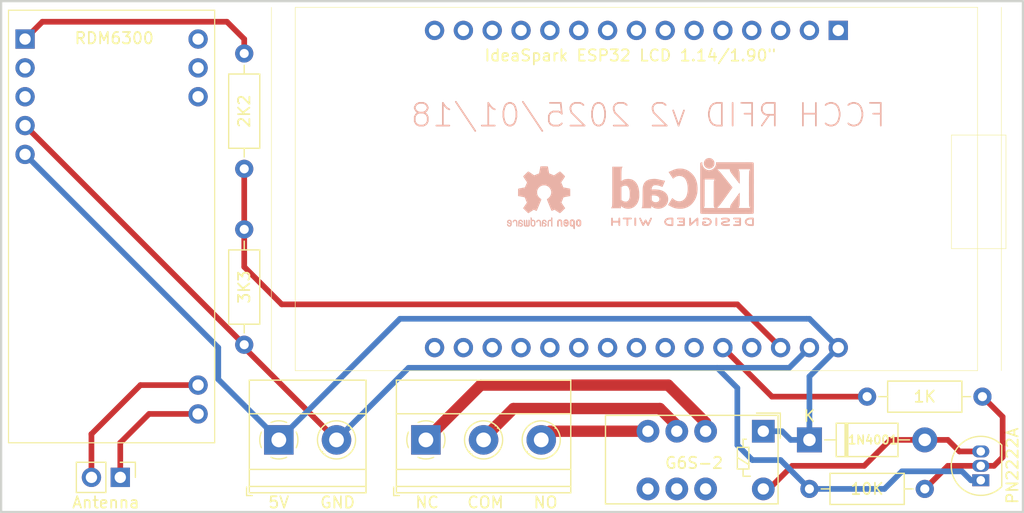
<source format=kicad_pcb>
(kicad_pcb (version 20221018) (generator pcbnew)
  (layers (0 "F.Cu" signal) (31 "B.Cu" signal) (34 "B.Paste" user) (35 "F.Paste" user) (36 "B.SilkS" user "B.Silkscreen") (37 "F.SilkS" user "F.Silkscreen") (38 "B.Mask" user) (39 "F.Mask" user) (44 "Edge.Cuts" user))
  (net 0 "")
  (net 1 "/V5")
  (net 2 "Net-(D1-A)")
  (net 3 "/GND")
  (net 4 "Net-(Q1-B)")
  (net 5 "/NC")
  (net 6 "/COM")
  (net 7 "/NO")
  (net 11 "/RELAY")
  (net 12 "Net-(U2-TX)")
  (net 13 "/RFID_TX")
  (net 45 "Net-(J3-Pin_2)")
  (net 46 "Net-(J3-Pin_1)")
  (footprint "Connector_PinHeader_2.54mm:PinHeader_1x02_P2.54mm_Vertical" (layer "F.Cu") (at 110.495 91.948 -90)
    (fp_text reference "J3" hide)
    (fp_text value "Conn_01x02_Pin" hide)
    (pad "1" thru_hole rect (at 0 0 270) (size 1.7 1.7) (drill 1) (layers "*.Cu" "*.Mask") (net 46 "Net-(J3-Pin_1)"))
    (pad "2" thru_hole oval (at 0 2.54 270) (size 1.7 1.7) (drill 1) (layers "*.Cu" "*.Mask") (net 45 "Net-(J3-Pin_2)"))
  )
  (footprint "Resistor_THT:R_Axial_DIN0207_L6.3mm_D2.5mm_P10.16mm_Horizontal" (layer "F.Cu") (at 176.276 84.836)
    (fp_text reference "R1" hide)
    (fp_text value "1K" (at 5.08 0) (layer "F.SilkS"))
    (pad "1" thru_hole circle (at 0 0) (size 1.6 1.6) (drill 0.8) (layers "*.Cu" "*.Mask") (net 11 "/RELAY"))
    (pad "2" thru_hole oval (at 10.16 0) (size 1.6 1.6) (drill 0.8) (layers "*.Cu" "*.Mask") (net 4 "Net-(Q1-B)"))
  )
  (footprint "TerminalBlock_Phoenix:TerminalBlock_Phoenix_MKDS-1,5-2-5.08_1x02_P5.08mm_Horizontal" (layer "F.Cu") (at 124.46 88.646)
    (fp_text reference "J1" hide)
    (fp_text value "Conn_01x02_Pin" hide)
    (pad "1" thru_hole rect (at 0 0) (size 2.6 2.6) (drill 1.3) (layers "*.Cu" "*.Mask") (net 1 "/V5"))
    (pad "2" thru_hole circle (at 5.08 0) (size 2.6 2.6) (drill 1.3) (layers "*.Cu" "*.Mask") (net 3 "/GND"))
  )
  (footprint "Diode_THT:D_DO-41_SOD81_P10.16mm_Horizontal" (layer "F.Cu") (at 171.196 88.646)
    (fp_text reference "D1" hide)
    (fp_text value "1N4001" (at 5.588 0) (layer "F.SilkS") (effects (font (size 0.75 0.75))))
    (fp_text user "K" (at 0 -2.1) (layer "F.SilkS"))
    (pad "1" thru_hole rect (at 0 0) (size 2.2 2.2) (drill 1.1) (layers "*.Cu" "*.Mask") (net 1 "/V5"))
    (pad "2" thru_hole oval (at 10.16 0) (size 2.2 2.2) (drill 1.1) (layers "*.Cu" "*.Mask") (net 2 "Net-(D1-A)"))
  )
  (footprint "rfid-v2:Ideaspark_ESP32_LCD_1.14" (layer "F.Cu") (at 138.176 80.518)
    (fp_text reference "U1" hide)
    (fp_text value "Ideaspark_ESP32_LCD_1.14\"" hide)
    (pad "1" thru_hole rect (at 35.56 -27.94 180) (size 1.7 1.7) (drill 1) (layers "*.Cu" "*.Mask"))
    (pad "2" thru_hole circle (at 33.02 -27.94 180) (size 1.7 1.7) (drill 1) (layers "*.Cu" "*.Mask"))
    (pad "3" thru_hole circle (at 30.48 -27.94 180) (size 1.7 1.7) (drill 1) (layers "*.Cu" "*.Mask"))
    (pad "4" thru_hole circle (at 27.94 -27.94 180) (size 1.7 1.7) (drill 1) (layers "*.Cu" "*.Mask"))
    (pad "5" thru_hole circle (at 25.4 -27.94 180) (size 1.7 1.7) (drill 1) (layers "*.Cu" "*.Mask"))
    (pad "6" thru_hole circle (at 22.86 -27.94 180) (size 1.7 1.7) (drill 1) (layers "*.Cu" "*.Mask"))
    (pad "7" thru_hole circle (at 20.32 -27.94 180) (size 1.7 1.7) (drill 1) (layers "*.Cu" "*.Mask"))
    (pad "8" thru_hole circle (at 17.78 -27.94 180) (size 1.7 1.7) (drill 1) (layers "*.Cu" "*.Mask"))
    (pad "9" thru_hole circle (at 15.24 -27.94 180) (size 1.7 1.7) (drill 1) (layers "*.Cu" "*.Mask"))
    (pad "10" thru_hole circle (at 12.7 -27.94 180) (size 1.7 1.7) (drill 1) (layers "*.Cu" "*.Mask"))
    (pad "11" thru_hole circle (at 10.16 -27.94 180) (size 1.7 1.7) (drill 1) (layers "*.Cu" "*.Mask"))
    (pad "12" thru_hole circle (at 7.62 -27.94 180) (size 1.7 1.7) (drill 1) (layers "*.Cu" "*.Mask"))
    (pad "13" thru_hole circle (at 5.08 -27.94 180) (size 1.7 1.7) (drill 1) (layers "*.Cu" "*.Mask"))
    (pad "14" thru_hole circle (at 2.54 -27.94 180) (size 1.7 1.7) (drill 1) (layers "*.Cu" "*.Mask"))
    (pad "15" thru_hole circle (at 0 -27.94 180) (size 1.7 1.7) (drill 1) (layers "*.Cu" "*.Mask"))
    (pad "16" thru_hole circle (at 0 0 180) (size 1.7 1.7) (drill 1) (layers "*.Cu" "*.Mask"))
    (pad "17" thru_hole circle (at 2.54 0 180) (size 1.7 1.7) (drill 1) (layers "*.Cu" "*.Mask"))
    (pad "18" thru_hole circle (at 5.08 0 180) (size 1.7 1.7) (drill 1) (layers "*.Cu" "*.Mask"))
    (pad "19" thru_hole circle (at 7.62 0 180) (size 1.7 1.7) (drill 1) (layers "*.Cu" "*.Mask"))
    (pad "20" thru_hole circle (at 10.16 0 180) (size 1.7 1.7) (drill 1) (layers "*.Cu" "*.Mask"))
    (pad "21" thru_hole circle (at 12.7 0 180) (size 1.7 1.7) (drill 1) (layers "*.Cu" "*.Mask"))
    (pad "22" thru_hole circle (at 15.24 0 180) (size 1.7 1.7) (drill 1) (layers "*.Cu" "*.Mask"))
    (pad "23" thru_hole circle (at 17.78 0 180) (size 1.7 1.7) (drill 1) (layers "*.Cu" "*.Mask"))
    (pad "24" thru_hole circle (at 20.32 0 180) (size 1.7 1.7) (drill 1) (layers "*.Cu" "*.Mask"))
    (pad "25" thru_hole circle (at 22.86 0 180) (size 1.7 1.7) (drill 1) (layers "*.Cu" "*.Mask"))
    (pad "26" thru_hole circle (at 25.4 0 180) (size 1.7 1.7) (drill 1) (layers "*.Cu" "*.Mask") (net 11 "/RELAY"))
    (pad "27" thru_hole circle (at 27.94 0 180) (size 1.7 1.7) (drill 1) (layers "*.Cu" "*.Mask"))
    (pad "28" thru_hole circle (at 30.48 0 180) (size 1.7 1.7) (drill 1) (layers "*.Cu" "*.Mask") (net 13 "/RFID_TX"))
    (pad "29" thru_hole circle (at 33.02 0 180) (size 1.7 1.7) (drill 1) (layers "*.Cu" "*.Mask") (net 3 "/GND"))
    (pad "30" thru_hole circle (at 35.56 0 180) (size 1.7 1.7) (drill 1) (layers "*.Cu" "*.Mask") (net 1 "/V5"))
  )
  (footprint "Resistor_THT:R_Axial_DIN0207_L6.3mm_D2.5mm_P10.16mm_Horizontal" (layer "F.Cu") (at 121.412 70.104 -90)
    (fp_text reference "R4" hide)
    (fp_text value "3K3" (at 5.08 0 -90) (layer "F.SilkS"))
    (pad "1" thru_hole circle (at 0 0 270) (size 1.6 1.6) (drill 0.8) (layers "*.Cu" "*.Mask") (net 13 "/RFID_TX"))
    (pad "2" thru_hole oval (at 10.16 0 270) (size 1.6 1.6) (drill 0.8) (layers "*.Cu" "*.Mask") (net 3 "/GND"))
  )
  (footprint "Package_TO_SOT_THT:TO-92_Inline" (layer "F.Cu") (at 186.288 92.202 90)
    (fp_text reference "Q1" hide)
    (fp_text value "PN2222A" (at 1.27 2.79 90) (layer "F.SilkS"))
    (pad "1" thru_hole rect (at 0 0 90) (size 1.05 1.5) (drill 0.75) (layers "*.Cu" "*.Mask") (net 3 "/GND"))
    (pad "2" thru_hole oval (at 1.27 0 90) (size 1.05 1.5) (drill 0.75) (layers "*.Cu" "*.Mask") (net 4 "Net-(Q1-B)"))
    (pad "3" thru_hole oval (at 2.54 0 90) (size 1.05 1.5) (drill 0.75) (layers "*.Cu" "*.Mask") (net 2 "Net-(D1-A)"))
  )
  (footprint "Resistor_THT:R_Axial_DIN0207_L6.3mm_D2.5mm_P10.16mm_Horizontal" (layer "F.Cu") (at 181.356 92.964 180)
    (fp_text reference "R2" hide)
    (fp_text value "10K" (at 5.08 0 180) (layer "F.SilkS"))
    (pad "1" thru_hole circle (at 0 0 180) (size 1.6 1.6) (drill 0.8) (layers "*.Cu" "*.Mask") (net 4 "Net-(Q1-B)"))
    (pad "2" thru_hole oval (at 10.16 0 180) (size 1.6 1.6) (drill 0.8) (layers "*.Cu" "*.Mask") (net 3 "/GND"))
  )
  (footprint "TerminalBlock_Phoenix:TerminalBlock_Phoenix_MKDS-1,5-3-5.08_1x03_P5.08mm_Horizontal" (layer "F.Cu") (at 137.414 88.646)
    (fp_text reference "J2" hide)
    (fp_text value "Conn_01x03_Pin" hide)
    (pad "1" thru_hole rect (at 0 0) (size 2.6 2.6) (drill 1.3) (layers "*.Cu" "*.Mask") (net 5 "/NC"))
    (pad "2" thru_hole circle (at 5.08 0) (size 2.6 2.6) (drill 1.3) (layers "*.Cu" "*.Mask") (net 6 "/COM"))
    (pad "3" thru_hole circle (at 10.16 0) (size 2.6 2.6) (drill 1.3) (layers "*.Cu" "*.Mask") (net 7 "/NO"))
  )
  (footprint "rfid-v2:RDM6300" (layer "F.Cu") (at 102.108 53.34 -90)
    (fp_text reference "U2" hide)
    (fp_text value "RDM6300" hide)
    (fp_text user "RDM6300" (at 0.508 -11.43 -180) (layer "F.SilkS") (effects (justify right bottom)))
    (pad "1" thru_hole rect (at 0 0 90) (size 1.7 1.7) (drill 1) (layers "*.Cu" "*.Mask") (net 12 "Net-(U2-TX)"))
    (pad "2" thru_hole circle (at 2.54 0 90) (size 1.7 1.7) (drill 1) (layers "*.Cu" "*.Mask"))
    (pad "3" thru_hole circle (at 5.08 0 90) (size 1.7 1.7) (drill 1) (layers "*.Cu" "*.Mask"))
    (pad "4" thru_hole circle (at 7.62 0 90) (size 1.7 1.7) (drill 1) (layers "*.Cu" "*.Mask") (net 3 "/GND"))
    (pad "5" thru_hole circle (at 10.16 0 90) (size 1.7 1.7) (drill 1) (layers "*.Cu" "*.Mask") (net 1 "/V5"))
    (pad "6" thru_hole circle (at 0 -15.24 90) (size 1.7 1.7) (drill 1) (layers "*.Cu" "*.Mask"))
    (pad "7" thru_hole circle (at 2.54 -15.24 90) (size 1.7 1.7) (drill 1) (layers "*.Cu" "*.Mask"))
    (pad "8" thru_hole circle (at 5.08 -15.24 90) (size 1.7 1.7) (drill 1) (layers "*.Cu" "*.Mask"))
    (pad "9" thru_hole circle (at 30.48 -15.24 90) (size 1.7 1.7) (drill 1) (layers "*.Cu" "*.Mask") (net 45 "Net-(J3-Pin_2)"))
    (pad "10" thru_hole circle (at 33.02 -15.24 90) (size 1.7 1.7) (drill 1) (layers "*.Cu" "*.Mask") (net 46 "Net-(J3-Pin_1)"))
  )
  (footprint "rfid-v2:Relay_DPDT_Omron_G6S-2" (layer "F.Cu") (at 167.132 87.884 -90)
    (fp_text reference "K1" hide)
    (fp_text value "G6S-2" (at 2.794 6.096) (layer "F.SilkS"))
    (pad "1" thru_hole rect (at 0 0 270) (size 2 2) (drill 1) (layers "*.Cu" "*.Mask") (net 1 "/V5"))
    (pad "3" thru_hole circle (at 0 5.08 270) (size 2 2) (drill 1) (layers "*.Cu" "*.Mask") (net 5 "/NC"))
    (pad "4" thru_hole circle (at 0 7.62 180) (size 2 2) (drill 1) (layers "*.Cu" "*.Mask") (net 6 "/COM"))
    (pad "5" thru_hole circle (at 0 10.16 270) (size 2 2) (drill 1) (layers "*.Cu" "*.Mask") (net 7 "/NO"))
    (pad "8" thru_hole circle (at 5.08 10.16 270) (size 2 2) (drill 1) (layers "*.Cu" "*.Mask"))
    (pad "9" thru_hole circle (at 5.08 7.62 180) (size 2 2) (drill 1) (layers "*.Cu" "*.Mask"))
    (pad "10" thru_hole circle (at 5.08 5.08 270) (size 2 2) (drill 1) (layers "*.Cu" "*.Mask"))
    (pad "12" thru_hole circle (at 5.08 0 270) (size 2 2) (drill 1) (layers "*.Cu" "*.Mask") (net 2 "Net-(D1-A)"))
  )
  (footprint "Resistor_THT:R_Axial_DIN0207_L6.3mm_D2.5mm_P10.16mm_Horizontal" (layer "F.Cu") (at 121.412 54.61 -90)
    (fp_text reference "R3" hide)
    (fp_text value "2K2" (at 5.08 0 -90) (layer "F.SilkS"))
    (pad "1" thru_hole circle (at 0 0 270) (size 1.6 1.6) (drill 0.8) (layers "*.Cu" "*.Mask") (net 12 "Net-(U2-TX)"))
    (pad "2" thru_hole oval (at 10.16 0 270) (size 1.6 1.6) (drill 0.8) (layers "*.Cu" "*.Mask") (net 13 "/RFID_TX"))
  )
  (footprint "Symbol:OSHW-Logo2_7.3x6mm_SilkScreen" (layer "B.Cu") (at 147.828 67.31 180)
    (fp_text reference "REF**" hide)
    (fp_text value "OSHW-Logo2_7.3x6mm_SilkScreen" hide)
  )
  (footprint "Symbol:KiCad-Logo2_5mm_SilkScreen" (layer "B.Cu") (at 160.02 66.802 180)
    (fp_text reference "REF**" hide)
    (fp_text value "KiCad-Logo2_5mm_SilkScreen" hide)
  )
  (gr_rect (start 100 50) (end 190 95) (stroke (width 0.2)) (fill none) (layer "Edge.Cuts"))
  (gr_text "FCCH RFID v2 2025/01/18" (at 178.054 61.214) (layer "B.SilkS") (effects (font (size 2 2)) (justify left bottom mirror)))
  (gr_text "Antenna" (at 106.172 94.742) (layer "F.SilkS") (effects (font (size 1 1)) (justify left bottom)))
  (gr_text "NO" (at 146.812 94.742) (layer "F.SilkS") (effects (font (size 1 1)) (justify left bottom)))
  (gr_text "COM" (at 140.97 94.742) (layer "F.SilkS") (effects (font (size 1 1)) (justify left bottom)))
  (gr_text "NC" (at 136.398 94.742) (layer "F.SilkS") (effects (font (size 1 1)) (justify left bottom)))
  (gr_text "IdeaSpark ESP32 LCD 1.14/1.90{dblquote}" (at 142.494 55.372) (layer "F.SilkS") (effects (font (size 1 1)) (justify left bottom)))
  (gr_text "GND" (at 128.016 94.742) (layer "F.SilkS") (effects (font (size 1 1)) (justify left bottom)))
  (gr_text "5V" (at 123.444 94.742) (layer "F.SilkS") (effects (font (size 1 1)) (justify left bottom)))
  (segment (start 124.46 88.646) (end 119.126 83.312) (width 0.5) (layer "B.Cu") (net 1))
  (segment (start 173.736 80.518) (end 171.196 83.058) (width 0.5) (layer "B.Cu") (net 1))
  (segment (start 169.545 88.646) (end 168.783 87.884) (width 0.5) (layer "B.Cu") (net 1))
  (segment (start 171.196 77.978) (end 170.942 77.978) (width 0.5) (layer "B.Cu") (net 1))
  (segment (start 171.196 88.646) (end 169.545 88.646) (width 0.5) (layer "B.Cu") (net 1))
  (segment (start 168.783 87.884) (end 167.132 87.884) (width 0.5) (layer "B.Cu") (net 1))
  (segment (start 119.126 80.518) (end 102.108 63.5) (width 0.5) (layer "B.Cu") (net 1))
  (segment (start 173.736 80.518) (end 171.196 77.978) (width 0.5) (layer "B.Cu") (net 1))
  (segment (start 119.126 83.312) (end 119.126 80.518) (width 0.5) (layer "B.Cu") (net 1))
  (segment (start 170.942 77.978) (end 135.128 77.978) (width 0.5) (layer "B.Cu") (net 1))
  (segment (start 135.128 77.978) (end 124.46 88.646) (width 0.5) (layer "B.Cu") (net 1))
  (segment (start 171.196 83.058) (end 171.196 88.646) (width 0.5) (layer "B.Cu") (net 1))
  (segment (start 181.356 88.646) (end 178.308 88.646) (width 0.5) (layer "F.Cu") (net 2))
  (segment (start 183.388 88.646) (end 181.356 88.646) (width 0.5) (layer "F.Cu") (net 2))
  (segment (start 178.308 88.646) (end 176.022 90.932) (width 0.5) (layer "F.Cu") (net 2))
  (segment (start 176.022 90.932) (end 169.672 90.932) (width 0.5) (layer "F.Cu") (net 2))
  (segment (start 186.288 89.662) (end 184.404 89.662) (width 0.5) (layer "F.Cu") (net 2))
  (segment (start 169.672 90.932) (end 167.64 92.964) (width 0.5) (layer "F.Cu") (net 2))
  (segment (start 184.404 89.662) (end 183.388 88.646) (width 0.5) (layer "F.Cu") (net 2))
  (segment (start 121.412 80.518) (end 121.412 80.264) (width 0.5) (layer "F.Cu") (net 3))
  (segment (start 129.54 88.646) (end 121.412 80.518) (width 0.5) (layer "F.Cu") (net 3))
  (segment (start 102.108 60.96) (end 121.412 80.264) (width 0.5) (layer "F.Cu") (net 3))
  (segment (start 121.412 80.264) (end 121.412 80.772) (width 0.5) (layer "F.Cu") (net 3))
  (segment (start 169.418 82.296) (end 169.164 82.296) (width 0.5) (layer "B.Cu") (net 3))
  (segment (start 171.196 92.964) (end 168.656 90.424) (width 0.5) (layer "B.Cu") (net 3))
  (segment (start 135.89 82.296) (end 163.068 82.296) (width 0.5) (layer "B.Cu") (net 3))
  (segment (start 185.425 92.207) (end 186.288 92.207) (width 0.5) (layer "B.Cu") (net 3))
  (segment (start 129.54 88.646) (end 135.89 82.296) (width 0.5) (layer "B.Cu") (net 3))
  (segment (start 168.656 90.424) (end 166.172 90.424) (width 0.5) (layer "B.Cu") (net 3))
  (segment (start 171.196 92.964) (end 177.8 92.964) (width 0.5) (layer "B.Cu") (net 3))
  (segment (start 163.068 82.296) (end 169.164 82.296) (width 0.5) (layer "B.Cu") (net 3))
  (segment (start 171.196 80.518) (end 169.418 82.296) (width 0.5) (layer "B.Cu") (net 3))
  (segment (start 166.172 90.424) (end 164.846 89.098) (width 0.5) (layer "B.Cu") (net 3))
  (segment (start 177.8 92.964) (end 179.35 91.414) (width 0.5) (layer "B.Cu") (net 3))
  (segment (start 164.846 84.074) (end 163.068 82.296) (width 0.5) (layer "B.Cu") (net 3))
  (segment (start 179.35 91.414) (end 184.632 91.414) (width 0.5) (layer "B.Cu") (net 3))
  (segment (start 184.632 91.414) (end 185.425 92.207) (width 0.5) (layer "B.Cu") (net 3))
  (segment (start 164.846 89.098) (end 164.846 84.074) (width 0.5) (layer "B.Cu") (net 3))
  (segment (start 186.436 84.836) (end 188.214 86.614) (width 0.5) (layer "F.Cu") (net 4))
  (segment (start 187.452 90.932) (end 186.436 90.932) (width 0.5) (layer "F.Cu") (net 4))
  (segment (start 188.214 86.614) (end 188.214 90.17) (width 0.5) (layer "F.Cu") (net 4))
  (segment (start 183.388 90.932) (end 181.356 92.964) (width 0.5) (layer "F.Cu") (net 4))
  (segment (start 188.214 90.17) (end 187.452 90.932) (width 0.5) (layer "F.Cu") (net 4))
  (segment (start 186.288 90.932) (end 183.388 90.932) (width 0.5) (layer "F.Cu") (net 4))
  (segment (start 142.24 83.82) (end 137.668 88.392) (width 1) (layer "F.Cu") (net 5))
  (segment (start 162.052 87.884) (end 162.052 87.122) (width 1) (layer "F.Cu") (net 5))
  (segment (start 162.052 87.122) (end 158.75 83.82) (width 1) (layer "F.Cu") (net 5))
  (segment (start 158.75 83.82) (end 142.24 83.82) (width 1) (layer "F.Cu") (net 5))
  (segment (start 158.02 85.884) (end 145.129 85.884) (width 1) (layer "F.Cu") (net 6))
  (segment (start 159.512 87.884) (end 159.512 87.376) (width 1) (layer "F.Cu") (net 6))
  (segment (start 159.512 87.376) (end 158.02 85.884) (width 1) (layer "F.Cu") (net 6))
  (segment (start 145.129 85.884) (end 142.621 88.392) (width 1) (layer "F.Cu") (net 6))
  (segment (start 156.972 87.884) (end 148.336 87.884) (width 1) (layer "F.Cu") (net 7))
  (segment (start 148.336 87.884) (end 147.574 88.646) (width 1) (layer "F.Cu") (net 7))
  (segment (start 167.894 84.836) (end 176.276 84.836) (width 0.5) (layer "F.Cu") (net 11))
  (segment (start 163.576 80.518) (end 167.894 84.836) (width 0.5) (layer "F.Cu") (net 11))
  (segment (start 121.412 54.61) (end 121.412 53.34) (width 0.5) (layer "F.Cu") (net 12))
  (segment (start 121.412 53.34) (end 119.888 51.816) (width 0.5) (layer "F.Cu") (net 12))
  (segment (start 119.888 51.816) (end 103.632 51.816) (width 0.5) (layer "F.Cu") (net 12))
  (segment (start 103.632 51.816) (end 102.108 53.34) (width 0.5) (layer "F.Cu") (net 12))
  (segment (start 121.412 70.612) (end 121.412 73.406) (width 0.5) (layer "F.Cu") (net 13))
  (segment (start 121.412 73.406) (end 124.714 76.708) (width 0.5) (layer "F.Cu") (net 13))
  (segment (start 121.412 64.77) (end 121.412 70.612) (width 0.5) (layer "F.Cu") (net 13))
  (segment (start 124.714 76.708) (end 164.592 76.708) (width 0.5) (layer "F.Cu") (net 13))
  (segment (start 164.846 76.708) (end 164.592 76.708) (width 0.5) (layer "F.Cu") (net 13))
  (segment (start 168.656 80.518) (end 164.846 76.708) (width 0.5) (layer "F.Cu") (net 13))
  (segment (start 112.268 83.82) (end 107.95 88.138) (width 0.5) (layer "F.Cu") (net 45))
  (segment (start 107.955 88.143) (end 107.955 91.948) (width 0.5) (layer "F.Cu") (net 45))
  (segment (start 107.95 88.138) (end 107.955 88.143) (width 0.5) (layer "F.Cu") (net 45))
  (segment (start 117.348 83.82) (end 112.268 83.82) (width 0.5) (layer "F.Cu") (net 45))
  (segment (start 110.495 88.905) (end 110.495 91.948) (width 0.5) (layer "F.Cu") (net 46))
  (segment (start 113.03 86.36) (end 110.49 88.9) (width 0.5) (layer "F.Cu") (net 46))
  (segment (start 117.348 86.36) (end 113.03 86.36) (width 0.5) (layer "F.Cu") (net 46))
  (segment (start 110.49 88.9) (end 110.495 88.905) (width 0.5) (layer "F.Cu") (net 46))
)
</source>
